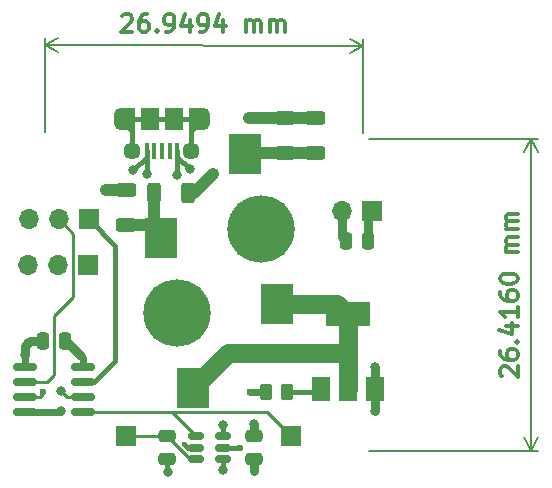
<source format=gtl>
%TF.GenerationSoftware,KiCad,Pcbnew,(6.0.2)*%
%TF.CreationDate,2022-12-08T21:29:48-08:00*%
%TF.ProjectId,touch_sensor_light,746f7563-685f-4736-956e-736f725f6c69,rev?*%
%TF.SameCoordinates,Original*%
%TF.FileFunction,Copper,L1,Top*%
%TF.FilePolarity,Positive*%
%FSLAX46Y46*%
G04 Gerber Fmt 4.6, Leading zero omitted, Abs format (unit mm)*
G04 Created by KiCad (PCBNEW (6.0.2)) date 2022-12-08 21:29:48*
%MOMM*%
%LPD*%
G01*
G04 APERTURE LIST*
G04 Aperture macros list*
%AMRoundRect*
0 Rectangle with rounded corners*
0 $1 Rounding radius*
0 $2 $3 $4 $5 $6 $7 $8 $9 X,Y pos of 4 corners*
0 Add a 4 corners polygon primitive as box body*
4,1,4,$2,$3,$4,$5,$6,$7,$8,$9,$2,$3,0*
0 Add four circle primitives for the rounded corners*
1,1,$1+$1,$2,$3*
1,1,$1+$1,$4,$5*
1,1,$1+$1,$6,$7*
1,1,$1+$1,$8,$9*
0 Add four rect primitives between the rounded corners*
20,1,$1+$1,$2,$3,$4,$5,0*
20,1,$1+$1,$4,$5,$6,$7,0*
20,1,$1+$1,$6,$7,$8,$9,0*
20,1,$1+$1,$8,$9,$2,$3,0*%
G04 Aperture macros list end*
%ADD10C,0.300000*%
%TA.AperFunction,NonConductor*%
%ADD11C,0.300000*%
%TD*%
%TA.AperFunction,NonConductor*%
%ADD12C,0.200000*%
%TD*%
%TA.AperFunction,SMDPad,CuDef*%
%ADD13RoundRect,0.250000X0.250000X0.475000X-0.250000X0.475000X-0.250000X-0.475000X0.250000X-0.475000X0*%
%TD*%
%TA.AperFunction,ComponentPad*%
%ADD14R,1.700000X1.700000*%
%TD*%
%TA.AperFunction,SMDPad,CuDef*%
%ADD15R,1.500000X2.000000*%
%TD*%
%TA.AperFunction,SMDPad,CuDef*%
%ADD16R,3.800000X2.000000*%
%TD*%
%TA.AperFunction,ComponentPad*%
%ADD17O,1.700000X1.700000*%
%TD*%
%TA.AperFunction,SMDPad,CuDef*%
%ADD18RoundRect,0.250000X-0.625000X0.312500X-0.625000X-0.312500X0.625000X-0.312500X0.625000X0.312500X0*%
%TD*%
%TA.AperFunction,SMDPad,CuDef*%
%ADD19RoundRect,0.250000X0.312500X0.625000X-0.312500X0.625000X-0.312500X-0.625000X0.312500X-0.625000X0*%
%TD*%
%TA.AperFunction,SMDPad,CuDef*%
%ADD20RoundRect,0.150000X-0.825000X-0.150000X0.825000X-0.150000X0.825000X0.150000X-0.825000X0.150000X0*%
%TD*%
%TA.AperFunction,SMDPad,CuDef*%
%ADD21R,0.400000X1.350000*%
%TD*%
%TA.AperFunction,ComponentPad*%
%ADD22C,1.450000*%
%TD*%
%TA.AperFunction,ComponentPad*%
%ADD23O,1.200000X1.900000*%
%TD*%
%TA.AperFunction,SMDPad,CuDef*%
%ADD24R,1.200000X1.900000*%
%TD*%
%TA.AperFunction,SMDPad,CuDef*%
%ADD25R,1.500000X1.900000*%
%TD*%
%TA.AperFunction,SMDPad,CuDef*%
%ADD26R,2.700000X3.500000*%
%TD*%
%TA.AperFunction,SMDPad,CuDef*%
%ADD27C,5.700000*%
%TD*%
%TA.AperFunction,SMDPad,CuDef*%
%ADD28RoundRect,0.250000X-0.250000X-0.475000X0.250000X-0.475000X0.250000X0.475000X-0.250000X0.475000X0*%
%TD*%
%TA.AperFunction,SMDPad,CuDef*%
%ADD29RoundRect,0.250000X-0.475000X0.250000X-0.475000X-0.250000X0.475000X-0.250000X0.475000X0.250000X0*%
%TD*%
%TA.AperFunction,SMDPad,CuDef*%
%ADD30RoundRect,0.150000X-0.512500X-0.150000X0.512500X-0.150000X0.512500X0.150000X-0.512500X0.150000X0*%
%TD*%
%TA.AperFunction,SMDPad,CuDef*%
%ADD31RoundRect,0.250000X-0.262500X-0.450000X0.262500X-0.450000X0.262500X0.450000X-0.262500X0.450000X0*%
%TD*%
%TA.AperFunction,SMDPad,CuDef*%
%ADD32RoundRect,0.250000X0.475000X-0.250000X0.475000X0.250000X-0.475000X0.250000X-0.475000X-0.250000X0*%
%TD*%
%TA.AperFunction,ViaPad*%
%ADD33C,0.800000*%
%TD*%
%TA.AperFunction,ViaPad*%
%ADD34C,0.600000*%
%TD*%
%TA.AperFunction,ViaPad*%
%ADD35C,0.400000*%
%TD*%
%TA.AperFunction,Conductor*%
%ADD36C,0.800000*%
%TD*%
%TA.AperFunction,Conductor*%
%ADD37C,1.000000*%
%TD*%
%TA.AperFunction,Conductor*%
%ADD38C,0.400000*%
%TD*%
%TA.AperFunction,Conductor*%
%ADD39C,0.600000*%
%TD*%
%TA.AperFunction,Conductor*%
%ADD40C,0.254000*%
%TD*%
%TA.AperFunction,Conductor*%
%ADD41C,1.600000*%
%TD*%
G04 APERTURE END LIST*
D10*
D11*
X115252249Y-40157873D02*
X115323813Y-40086579D01*
X115466804Y-40015420D01*
X115823946Y-40016093D01*
X115966669Y-40087791D01*
X116037962Y-40159354D01*
X116109122Y-40302345D01*
X116108852Y-40445202D01*
X116037020Y-40659353D01*
X115178263Y-41514879D01*
X116106833Y-41516629D01*
X117395372Y-40019055D02*
X117109658Y-40018517D01*
X116966667Y-40089676D01*
X116895104Y-40160970D01*
X116751843Y-40374986D01*
X116679876Y-40660565D01*
X116678799Y-41231992D01*
X116749958Y-41374984D01*
X116821252Y-41446547D01*
X116963974Y-41518245D01*
X117249688Y-41518783D01*
X117392679Y-41447624D01*
X117464242Y-41376330D01*
X117535940Y-41233608D01*
X117536613Y-40876466D01*
X117465454Y-40733474D01*
X117394160Y-40661911D01*
X117251438Y-40590214D01*
X116965724Y-40589675D01*
X116822733Y-40660834D01*
X116751170Y-40732128D01*
X116679472Y-40874850D01*
X118178527Y-41377677D02*
X118249821Y-41449240D01*
X118178257Y-41520534D01*
X118106964Y-41448971D01*
X118178527Y-41377677D01*
X118178257Y-41520534D01*
X118963970Y-41522015D02*
X119249684Y-41522553D01*
X119392676Y-41451394D01*
X119464239Y-41380100D01*
X119607500Y-41166084D01*
X119679467Y-40880505D01*
X119680544Y-40309078D01*
X119609385Y-40166086D01*
X119538091Y-40094523D01*
X119395369Y-40022825D01*
X119109655Y-40022287D01*
X118966663Y-40093446D01*
X118895100Y-40164740D01*
X118823402Y-40307462D01*
X118822729Y-40664604D01*
X118893888Y-40807596D01*
X118965182Y-40879159D01*
X119107904Y-40950856D01*
X119393618Y-40951395D01*
X119536610Y-40880236D01*
X119608173Y-40808942D01*
X119679871Y-40666220D01*
X120965852Y-40525787D02*
X120963967Y-41525785D01*
X120609787Y-39953686D02*
X120250625Y-41024439D01*
X121179195Y-41026190D01*
X121821108Y-41527401D02*
X122106822Y-41527939D01*
X122249813Y-41456780D01*
X122321377Y-41385486D01*
X122464637Y-41171470D01*
X122536604Y-40885891D01*
X122537682Y-40314463D01*
X122466522Y-40171472D01*
X122395229Y-40099909D01*
X122252506Y-40028211D01*
X121966793Y-40027672D01*
X121823801Y-40098832D01*
X121752238Y-40170125D01*
X121680540Y-40312848D01*
X121679867Y-40669990D01*
X121751026Y-40812981D01*
X121822320Y-40884545D01*
X121965042Y-40956242D01*
X122250756Y-40956781D01*
X122393748Y-40885622D01*
X122465311Y-40814328D01*
X122537008Y-40671606D01*
X123822990Y-40531172D02*
X123821105Y-41531171D01*
X123466925Y-39959072D02*
X123107763Y-41029825D01*
X124036332Y-41031575D01*
X125749673Y-41534806D02*
X125751558Y-40534808D01*
X125751288Y-40677665D02*
X125822851Y-40606371D01*
X125965843Y-40535212D01*
X126180128Y-40535616D01*
X126322851Y-40607313D01*
X126394010Y-40750305D01*
X126392529Y-41536018D01*
X126394010Y-40750305D02*
X126465707Y-40607583D01*
X126608699Y-40536423D01*
X126822984Y-40536827D01*
X126965707Y-40608525D01*
X127036866Y-40751517D01*
X127035385Y-41537229D01*
X127749669Y-41538576D02*
X127751554Y-40538578D01*
X127751285Y-40681435D02*
X127822848Y-40610141D01*
X127965839Y-40538982D01*
X128180125Y-40539386D01*
X128322847Y-40611083D01*
X128394006Y-40754075D01*
X128392525Y-41539788D01*
X128394006Y-40754075D02*
X128465704Y-40611353D01*
X128608695Y-40540193D01*
X128822981Y-40540597D01*
X128965703Y-40612295D01*
X129036862Y-40755287D01*
X129035381Y-41541000D01*
D12*
X108687543Y-49995201D02*
X108702543Y-42037682D01*
X135636943Y-50046001D02*
X135651943Y-42088482D01*
X108701437Y-42624101D02*
X135650837Y-42674901D01*
X108701437Y-42624101D02*
X135650837Y-42674901D01*
X108701437Y-42624101D02*
X109826833Y-43212644D01*
X108701437Y-42624101D02*
X109829044Y-42039805D01*
X135650837Y-42674901D02*
X134525441Y-42086358D01*
X135650837Y-42674901D02*
X134523230Y-43259197D01*
D10*
D11*
X147381428Y-70682571D02*
X147310000Y-70611142D01*
X147238571Y-70468285D01*
X147238571Y-70111142D01*
X147310000Y-69968285D01*
X147381428Y-69896857D01*
X147524285Y-69825428D01*
X147667142Y-69825428D01*
X147881428Y-69896857D01*
X148738571Y-70754000D01*
X148738571Y-69825428D01*
X147238571Y-68539714D02*
X147238571Y-68825428D01*
X147310000Y-68968285D01*
X147381428Y-69039714D01*
X147595714Y-69182571D01*
X147881428Y-69254000D01*
X148452857Y-69254000D01*
X148595714Y-69182571D01*
X148667142Y-69111142D01*
X148738571Y-68968285D01*
X148738571Y-68682571D01*
X148667142Y-68539714D01*
X148595714Y-68468285D01*
X148452857Y-68396857D01*
X148095714Y-68396857D01*
X147952857Y-68468285D01*
X147881428Y-68539714D01*
X147810000Y-68682571D01*
X147810000Y-68968285D01*
X147881428Y-69111142D01*
X147952857Y-69182571D01*
X148095714Y-69254000D01*
X148595714Y-67754000D02*
X148667142Y-67682571D01*
X148738571Y-67754000D01*
X148667142Y-67825428D01*
X148595714Y-67754000D01*
X148738571Y-67754000D01*
X147738571Y-66396857D02*
X148738571Y-66396857D01*
X147167142Y-66754000D02*
X148238571Y-67111142D01*
X148238571Y-66182571D01*
X148738571Y-64825428D02*
X148738571Y-65682571D01*
X148738571Y-65254000D02*
X147238571Y-65254000D01*
X147452857Y-65396857D01*
X147595714Y-65539714D01*
X147667142Y-65682571D01*
X147238571Y-63539714D02*
X147238571Y-63825428D01*
X147310000Y-63968285D01*
X147381428Y-64039714D01*
X147595714Y-64182571D01*
X147881428Y-64254000D01*
X148452857Y-64254000D01*
X148595714Y-64182571D01*
X148667142Y-64111142D01*
X148738571Y-63968285D01*
X148738571Y-63682571D01*
X148667142Y-63539714D01*
X148595714Y-63468285D01*
X148452857Y-63396857D01*
X148095714Y-63396857D01*
X147952857Y-63468285D01*
X147881428Y-63539714D01*
X147810000Y-63682571D01*
X147810000Y-63968285D01*
X147881428Y-64111142D01*
X147952857Y-64182571D01*
X148095714Y-64254000D01*
X147238571Y-62468285D02*
X147238571Y-62325428D01*
X147310000Y-62182571D01*
X147381428Y-62111142D01*
X147524285Y-62039714D01*
X147810000Y-61968285D01*
X148167142Y-61968285D01*
X148452857Y-62039714D01*
X148595714Y-62111142D01*
X148667142Y-62182571D01*
X148738571Y-62325428D01*
X148738571Y-62468285D01*
X148667142Y-62611142D01*
X148595714Y-62682571D01*
X148452857Y-62754000D01*
X148167142Y-62825428D01*
X147810000Y-62825428D01*
X147524285Y-62754000D01*
X147381428Y-62682571D01*
X147310000Y-62611142D01*
X147238571Y-62468285D01*
X148738571Y-60182571D02*
X147738571Y-60182571D01*
X147881428Y-60182571D02*
X147810000Y-60111142D01*
X147738571Y-59968285D01*
X147738571Y-59754000D01*
X147810000Y-59611142D01*
X147952857Y-59539714D01*
X148738571Y-59539714D01*
X147952857Y-59539714D02*
X147810000Y-59468285D01*
X147738571Y-59325428D01*
X147738571Y-59111142D01*
X147810000Y-58968285D01*
X147952857Y-58896857D01*
X148738571Y-58896857D01*
X148738571Y-58182571D02*
X147738571Y-58182571D01*
X147881428Y-58182571D02*
X147810000Y-58111142D01*
X147738571Y-57968285D01*
X147738571Y-57754000D01*
X147810000Y-57611142D01*
X147952857Y-57539714D01*
X148738571Y-57539714D01*
X147952857Y-57539714D02*
X147810000Y-57468285D01*
X147738571Y-57325428D01*
X147738571Y-57111142D01*
X147810000Y-56968285D01*
X147952857Y-56896857D01*
X148738571Y-56896857D01*
D12*
X136136000Y-76962000D02*
X150446420Y-76962000D01*
X136136000Y-50546000D02*
X150446420Y-50546000D01*
X149860000Y-76962000D02*
X149860000Y-50546000D01*
X149860000Y-76962000D02*
X149860000Y-50546000D01*
X149860000Y-76962000D02*
X150446421Y-75835496D01*
X149860000Y-76962000D02*
X149273579Y-75835496D01*
X149860000Y-50546000D02*
X149273579Y-51672504D01*
X149860000Y-50546000D02*
X150446421Y-51672504D01*
D13*
%TO.P,C4,1*%
%TO.N,+5V*%
X136078000Y-59182000D03*
%TO.P,C4,2*%
%TO.N,GND*%
X134178000Y-59182000D03*
%TD*%
D14*
%TO.P,J6,1,Pin_1*%
%TO.N,/Touch*%
X129540000Y-75692000D03*
%TD*%
D15*
%TO.P,Q1,1,B*%
%TO.N,Net-(Q1-Pad1)*%
X132066000Y-71730000D03*
%TO.P,Q1,2,C*%
%TO.N,Net-(D1-Pad1)*%
X134366000Y-71730000D03*
D16*
X134366000Y-65430000D03*
D15*
%TO.P,Q1,3,E*%
%TO.N,GND*%
X136666000Y-71730000D03*
%TD*%
D14*
%TO.P,J1,1,Pin_1*%
%TO.N,+5V*%
X136398000Y-56642000D03*
D17*
%TO.P,J1,2,Pin_2*%
%TO.N,GND*%
X133858000Y-56642000D03*
%TD*%
D18*
%TO.P,R1,1*%
%TO.N,+5V*%
X131572000Y-48829500D03*
%TO.P,R1,2*%
%TO.N,Net-(D2-Pad2)*%
X131572000Y-51754500D03*
%TD*%
D19*
%TO.P,R4,1*%
%TO.N,+5V*%
X120842500Y-55118000D03*
%TO.P,R4,2*%
%TO.N,Net-(D1-Pad2)*%
X117917500Y-55118000D03*
%TD*%
D20*
%TO.P,U1,1,VCC*%
%TO.N,+5V*%
X106999000Y-69850000D03*
%TO.P,U1,2,PA6*%
%TO.N,Net-(J3-Pad2)*%
X106999000Y-71120000D03*
%TO.P,U1,3,PA7*%
%TO.N,Net-(J3-Pad3)*%
X106999000Y-72390000D03*
%TO.P,U1,4,PA1*%
%TO.N,Net-(R3-Pad1)*%
X106999000Y-73660000D03*
%TO.P,U1,5,PA2*%
%TO.N,/Touch*%
X111949000Y-73660000D03*
%TO.P,U1,6,~{RESET}/PA0*%
%TO.N,/~{RST}*%
X111949000Y-72390000D03*
%TO.P,U1,7,PA3*%
%TO.N,Net-(J3-Pad1)*%
X111949000Y-71120000D03*
%TO.P,U1,8,GND*%
%TO.N,GND*%
X111949000Y-69850000D03*
%TD*%
D21*
%TO.P,J5,1,VBUS*%
%TO.N,+5V*%
X119918000Y-51582500D03*
%TO.P,J5,2,D-*%
%TO.N,unconnected-(J5-Pad2)*%
X119268000Y-51582500D03*
%TO.P,J5,3,D+*%
%TO.N,unconnected-(J5-Pad3)*%
X118618000Y-51582500D03*
%TO.P,J5,4,ID*%
%TO.N,unconnected-(J5-Pad4)*%
X117968000Y-51582500D03*
%TO.P,J5,5,GND*%
%TO.N,GND*%
X117318000Y-51582500D03*
D22*
%TO.P,J5,6,Shield*%
%TO.N,unconnected-(J5-Pad6)*%
X121118000Y-51582500D03*
D23*
X122118000Y-48882500D03*
D24*
X121518000Y-48882500D03*
D22*
X116118000Y-51582500D03*
D25*
X119618000Y-48882500D03*
D24*
X115718000Y-48882500D03*
D23*
X115118000Y-48882500D03*
D25*
X117618000Y-48882500D03*
%TD*%
D14*
%TO.P,J4,1,Pin_1*%
%TO.N,Net-(C3-Pad1)*%
X115570000Y-75692000D03*
%TD*%
D26*
%TO.P,D1,1,K*%
%TO.N,Net-(D1-Pad1)*%
X121238000Y-71628000D03*
%TO.P,D1,2,A*%
%TO.N,Net-(D1-Pad2)*%
X118538000Y-58928000D03*
D27*
%TO.P,D1,3*%
%TO.N,N/C*%
X119888000Y-65278000D03*
%TD*%
D28*
%TO.P,C1,1*%
%TO.N,+5V*%
X108524000Y-67691000D03*
%TO.P,C1,2*%
%TO.N,GND*%
X110424000Y-67691000D03*
%TD*%
D14*
%TO.P,J2,1,Pin_1*%
%TO.N,+5V*%
X112395000Y-61214000D03*
D17*
%TO.P,J2,2,Pin_2*%
%TO.N,/~{RST}*%
X109855000Y-61214000D03*
%TO.P,J2,3,Pin_3*%
%TO.N,GND*%
X107315000Y-61214000D03*
%TD*%
D29*
%TO.P,C3,1*%
%TO.N,Net-(C3-Pad1)*%
X119075200Y-75758000D03*
%TO.P,C3,2*%
%TO.N,GND*%
X119075200Y-77658000D03*
%TD*%
D14*
%TO.P,J3,1,Pin_1*%
%TO.N,Net-(J3-Pad1)*%
X112410000Y-57379000D03*
D17*
%TO.P,J3,2,Pin_2*%
%TO.N,Net-(J3-Pad2)*%
X109870000Y-57379000D03*
%TO.P,J3,3,Pin_3*%
%TO.N,Net-(J3-Pad3)*%
X107330000Y-57379000D03*
%TD*%
D18*
%TO.P,R2,1*%
%TO.N,+5V*%
X115570000Y-54925500D03*
%TO.P,R2,2*%
%TO.N,Net-(D1-Pad2)*%
X115570000Y-57850500D03*
%TD*%
D26*
%TO.P,D2,1,K*%
%TO.N,Net-(D1-Pad1)*%
X128350000Y-64516000D03*
%TO.P,D2,2,A*%
%TO.N,Net-(D2-Pad2)*%
X125650000Y-51816000D03*
D27*
%TO.P,D2,3*%
%TO.N,N/C*%
X127000000Y-58166000D03*
%TD*%
D30*
%TO.P,U2,1,Q*%
%TO.N,/Touch*%
X121544500Y-75758000D03*
%TO.P,U2,2,VSS*%
%TO.N,GND*%
X121544500Y-76708000D03*
%TO.P,U2,3,IN*%
%TO.N,Net-(C3-Pad1)*%
X121544500Y-77658000D03*
%TO.P,U2,4,AHLB*%
%TO.N,GND*%
X123819500Y-77658000D03*
%TO.P,U2,5,VDD*%
%TO.N,+5V*%
X123819500Y-76708000D03*
%TO.P,U2,6,TOG*%
%TO.N,GND*%
X123819500Y-75758000D03*
%TD*%
D31*
%TO.P,R3,1*%
%TO.N,Net-(R3-Pad1)*%
X127408300Y-72009000D03*
%TO.P,R3,2*%
%TO.N,Net-(Q1-Pad1)*%
X129233300Y-72009000D03*
%TD*%
D18*
%TO.P,R5,1*%
%TO.N,+5V*%
X129032000Y-48829500D03*
%TO.P,R5,2*%
%TO.N,Net-(D2-Pad2)*%
X129032000Y-51754500D03*
%TD*%
D32*
%TO.P,C2,1*%
%TO.N,+5V*%
X126441200Y-77658000D03*
%TO.P,C2,2*%
%TO.N,GND*%
X126441200Y-75758000D03*
%TD*%
D33*
%TO.N,+5V*%
X127116300Y-48829500D03*
X107315000Y-67818000D03*
D34*
X125222000Y-76708000D03*
D33*
X113893600Y-54889400D03*
X119913400Y-53619400D03*
D34*
X126441200Y-78740000D03*
D33*
X106999000Y-68896000D03*
X125969300Y-48829500D03*
X122936000Y-53517800D03*
X120980200Y-53119700D03*
%TO.N,GND*%
X119126000Y-78740000D03*
X125222000Y-57658000D03*
X119380000Y-63500000D03*
X127762000Y-60198000D03*
X126492000Y-60198000D03*
D35*
X120497600Y-76403200D03*
D33*
X126441200Y-74676000D03*
X136652000Y-69850000D03*
X121666000Y-64770000D03*
X118110000Y-64770000D03*
X123825000Y-78613000D03*
X127762000Y-56388000D03*
X119380000Y-67310000D03*
X120650000Y-67310000D03*
X111760000Y-68961000D03*
X136666000Y-73646000D03*
X120650000Y-63500000D03*
X117318000Y-53564000D03*
X126492000Y-56388000D03*
X123825000Y-74803000D03*
X116179600Y-53213000D03*
X128778000Y-57658000D03*
%TO.N,/~{RST}*%
X110109000Y-71882000D03*
D34*
%TO.N,Net-(J3-Pad3)*%
X108559600Y-71983600D03*
%TO.N,Net-(R3-Pad1)*%
X126060200Y-72009000D03*
D33*
X110109000Y-73583800D03*
%TD*%
D36*
%TO.N,+5V*%
X136078000Y-56962000D02*
X136398000Y-56642000D01*
X136078000Y-59182000D02*
X136078000Y-56962000D01*
%TO.N,GND*%
X133858000Y-58862000D02*
X134178000Y-59182000D01*
X133858000Y-56642000D02*
X133858000Y-58862000D01*
%TO.N,+5V*%
X106999000Y-68134000D02*
X107315000Y-67818000D01*
D37*
X120842500Y-55118000D02*
X121335800Y-55118000D01*
X131572000Y-48829500D02*
X127116300Y-48829500D01*
D38*
X123819500Y-76708000D02*
X125222000Y-76708000D01*
D36*
X106999000Y-68896000D02*
X106999000Y-68134000D01*
D38*
X119918000Y-52057500D02*
X120980200Y-53119700D01*
D36*
X107315000Y-67818000D02*
X107442000Y-67691000D01*
D38*
X119913400Y-52062100D02*
X119913400Y-53619400D01*
D37*
X113929700Y-54925500D02*
X113893600Y-54889400D01*
D39*
X106999000Y-69850000D02*
X106999000Y-68896000D01*
D36*
X107442000Y-67691000D02*
X108524000Y-67691000D01*
D38*
X119918000Y-52057500D02*
X119913400Y-52062100D01*
D36*
X126441200Y-77658000D02*
X126441200Y-78714600D01*
D37*
X115570000Y-54925500D02*
X113929700Y-54925500D01*
X127116300Y-48829500D02*
X125969300Y-48829500D01*
D38*
X119918000Y-51582500D02*
X119918000Y-52057500D01*
D37*
X121335800Y-55118000D02*
X122936000Y-53517800D01*
D38*
%TO.N,GND*%
X117318000Y-52074600D02*
X116179600Y-53213000D01*
X123819500Y-75758000D02*
X123825000Y-74803000D01*
D39*
X111949000Y-69850000D02*
X111949000Y-69150000D01*
D38*
X117318000Y-51582500D02*
X117318000Y-52074600D01*
D36*
X136666000Y-69864000D02*
X136652000Y-69850000D01*
D38*
X120802400Y-76708000D02*
X121544500Y-76708000D01*
D36*
X136666000Y-71730000D02*
X136666000Y-69864000D01*
D38*
X120497600Y-76403200D02*
X120802400Y-76708000D01*
D36*
X126441200Y-75758000D02*
X126441200Y-74676000D01*
D39*
X111949000Y-69150000D02*
X111760000Y-68961000D01*
D38*
X119075200Y-78689200D02*
X119126000Y-78740000D01*
X119075200Y-77658000D02*
X119075200Y-78689200D01*
D36*
X110424000Y-67691000D02*
X110490000Y-67691000D01*
X136666000Y-71730000D02*
X136666000Y-73646000D01*
D38*
X123819500Y-78607500D02*
X123825000Y-78613000D01*
X123819500Y-77658000D02*
X123819500Y-78607500D01*
D36*
X110490000Y-67691000D02*
X111760000Y-68961000D01*
D38*
X117318000Y-51582500D02*
X117318000Y-53564000D01*
D40*
%TO.N,Net-(C3-Pad1)*%
X120975200Y-77658000D02*
X121544500Y-77658000D01*
X115570000Y-75692000D02*
X119009200Y-75692000D01*
X119009200Y-75692000D02*
X119075200Y-75758000D01*
X119075200Y-75758000D02*
X120975200Y-77658000D01*
%TO.N,/~{RST}*%
X111949000Y-72390000D02*
X110617000Y-72390000D01*
X110617000Y-72390000D02*
X110109000Y-71882000D01*
D38*
%TO.N,Net-(J3-Pad1)*%
X111949000Y-71120000D02*
X112903000Y-71120000D01*
X112903000Y-71120000D02*
X114681000Y-69342000D01*
X114681000Y-69342000D02*
X114681000Y-59650000D01*
X114681000Y-59650000D02*
X112410000Y-57379000D01*
D40*
%TO.N,Net-(J3-Pad2)*%
X109448600Y-70535800D02*
X109448600Y-65557400D01*
X108864400Y-71120000D02*
X109448600Y-70535800D01*
X106999000Y-71120000D02*
X108864400Y-71120000D01*
X111074200Y-63931800D02*
X111074200Y-58583200D01*
X111074200Y-58583200D02*
X109870000Y-57379000D01*
X109448600Y-65557400D02*
X111074200Y-63931800D01*
%TO.N,Net-(J3-Pad3)*%
X108559600Y-71983600D02*
X108559600Y-72136000D01*
X108559600Y-72136000D02*
X108305600Y-72390000D01*
X108305600Y-72390000D02*
X106999000Y-72390000D01*
D38*
%TO.N,unconnected-(J5-Pad6)*%
X121118000Y-49882500D02*
X122118000Y-48882500D01*
X116118000Y-51582500D02*
X116118000Y-49882500D01*
X116118000Y-49882500D02*
X115118000Y-48882500D01*
X115718000Y-48882500D02*
X122118000Y-48882500D01*
X121118000Y-51582500D02*
X121118000Y-49882500D01*
D40*
%TO.N,/Touch*%
X119446500Y-73660000D02*
X118389400Y-73660000D01*
X118389400Y-73660000D02*
X111949000Y-73660000D01*
X121544500Y-75758000D02*
X119446500Y-73660000D01*
X127552511Y-73704511D02*
X118433911Y-73704511D01*
X129540000Y-75692000D02*
X127552511Y-73704511D01*
X118433911Y-73704511D02*
X118389400Y-73660000D01*
D38*
%TO.N,Net-(Q1-Pad1)*%
X131787000Y-72009000D02*
X132066000Y-71730000D01*
X129233300Y-72009000D02*
X131787000Y-72009000D01*
D41*
%TO.N,Net-(D1-Pad1)*%
X124209800Y-68656200D02*
X121238000Y-71628000D01*
X133452000Y-64516000D02*
X134366000Y-65430000D01*
X134239000Y-68656200D02*
X134366000Y-68529200D01*
X134366000Y-71730000D02*
X134366000Y-68529200D01*
X128350000Y-64516000D02*
X133452000Y-64516000D01*
X134366000Y-68529200D02*
X134366000Y-65430000D01*
X124209800Y-68656200D02*
X134239000Y-68656200D01*
D39*
%TO.N,Net-(R3-Pad1)*%
X126060200Y-72009000D02*
X127408300Y-72009000D01*
X106999000Y-73660000D02*
X110032800Y-73660000D01*
D40*
X110032800Y-73660000D02*
X110109000Y-73583800D01*
D37*
%TO.N,Net-(D2-Pad2)*%
X125711500Y-51754500D02*
X125650000Y-51816000D01*
X131572000Y-51754500D02*
X125711500Y-51754500D01*
%TO.N,Net-(D1-Pad2)*%
X115570000Y-57850500D02*
X117460500Y-57850500D01*
X117917500Y-55118000D02*
X117917500Y-58307500D01*
X117917500Y-58307500D02*
X118538000Y-58928000D01*
X117460500Y-57850500D02*
X118538000Y-58928000D01*
%TD*%
M02*

</source>
